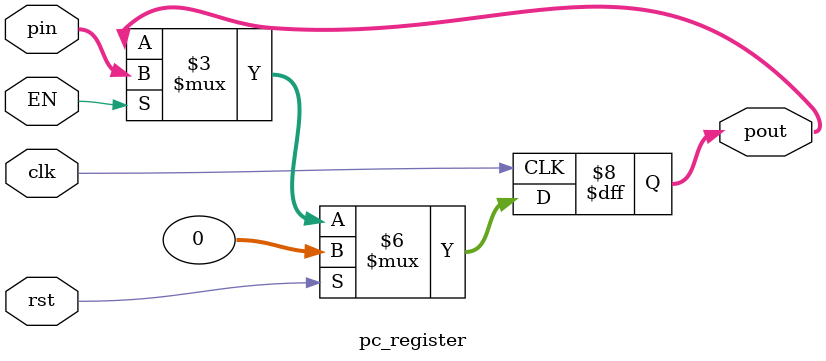
<source format=sv>
module pc_register(clk,rst,EN,pin, pout);
    input clk,rst,EN;
    input [31:0] pin;
    output [31:0] pout;
    reg [31:0] pout = 32'd0;
    always @(posedge clk) begin
        if(rst)
            pout <= 32'd0;
        else if(EN)
            pout <= pin;
    end
endmodule
</source>
